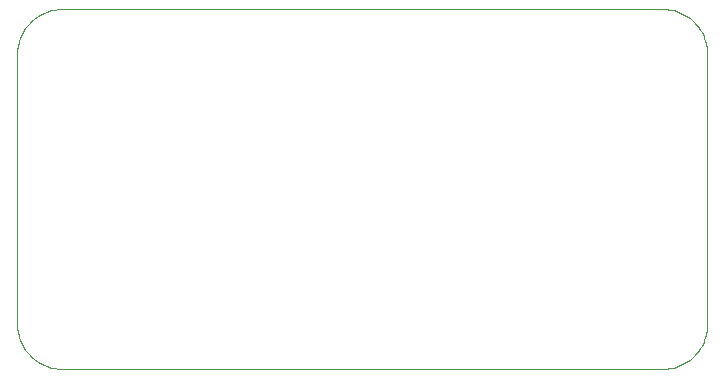
<source format=gko>
G75*
G70*
%OFA0B0*%
%FSLAX24Y24*%
%IPPOS*%
%LPD*%
%AMOC8*
5,1,8,0,0,1.08239X$1,22.5*
%
%ADD10C,0.0000*%
D10*
X002180Y000680D02*
X022180Y000680D01*
X022256Y000682D01*
X022332Y000688D01*
X022407Y000697D01*
X022482Y000711D01*
X022556Y000728D01*
X022629Y000749D01*
X022701Y000773D01*
X022772Y000802D01*
X022841Y000833D01*
X022908Y000868D01*
X022973Y000907D01*
X023037Y000949D01*
X023098Y000994D01*
X023157Y001042D01*
X023213Y001093D01*
X023267Y001147D01*
X023318Y001203D01*
X023366Y001262D01*
X023411Y001323D01*
X023453Y001387D01*
X023492Y001452D01*
X023527Y001519D01*
X023558Y001588D01*
X023587Y001659D01*
X023611Y001731D01*
X023632Y001804D01*
X023649Y001878D01*
X023663Y001953D01*
X023672Y002028D01*
X023678Y002104D01*
X023680Y002180D01*
X023680Y011180D01*
X023678Y011256D01*
X023672Y011332D01*
X023663Y011407D01*
X023649Y011482D01*
X023632Y011556D01*
X023611Y011629D01*
X023587Y011701D01*
X023558Y011772D01*
X023527Y011841D01*
X023492Y011908D01*
X023453Y011973D01*
X023411Y012037D01*
X023366Y012098D01*
X023318Y012157D01*
X023267Y012213D01*
X023213Y012267D01*
X023157Y012318D01*
X023098Y012366D01*
X023037Y012411D01*
X022973Y012453D01*
X022908Y012492D01*
X022841Y012527D01*
X022772Y012558D01*
X022701Y012587D01*
X022629Y012611D01*
X022556Y012632D01*
X022482Y012649D01*
X022407Y012663D01*
X022332Y012672D01*
X022256Y012678D01*
X022180Y012680D01*
X002180Y012680D01*
X002104Y012678D01*
X002028Y012672D01*
X001953Y012663D01*
X001878Y012649D01*
X001804Y012632D01*
X001731Y012611D01*
X001659Y012587D01*
X001588Y012558D01*
X001519Y012527D01*
X001452Y012492D01*
X001387Y012453D01*
X001323Y012411D01*
X001262Y012366D01*
X001203Y012318D01*
X001147Y012267D01*
X001093Y012213D01*
X001042Y012157D01*
X000994Y012098D01*
X000949Y012037D01*
X000907Y011973D01*
X000868Y011908D01*
X000833Y011841D01*
X000802Y011772D01*
X000773Y011701D01*
X000749Y011629D01*
X000728Y011556D01*
X000711Y011482D01*
X000697Y011407D01*
X000688Y011332D01*
X000682Y011256D01*
X000680Y011180D01*
X000680Y002180D01*
X000682Y002104D01*
X000688Y002028D01*
X000697Y001953D01*
X000711Y001878D01*
X000728Y001804D01*
X000749Y001731D01*
X000773Y001659D01*
X000802Y001588D01*
X000833Y001519D01*
X000868Y001452D01*
X000907Y001387D01*
X000949Y001323D01*
X000994Y001262D01*
X001042Y001203D01*
X001093Y001147D01*
X001147Y001093D01*
X001203Y001042D01*
X001262Y000994D01*
X001323Y000949D01*
X001387Y000907D01*
X001452Y000868D01*
X001519Y000833D01*
X001588Y000802D01*
X001659Y000773D01*
X001731Y000749D01*
X001804Y000728D01*
X001878Y000711D01*
X001953Y000697D01*
X002028Y000688D01*
X002104Y000682D01*
X002180Y000680D01*
M02*

</source>
